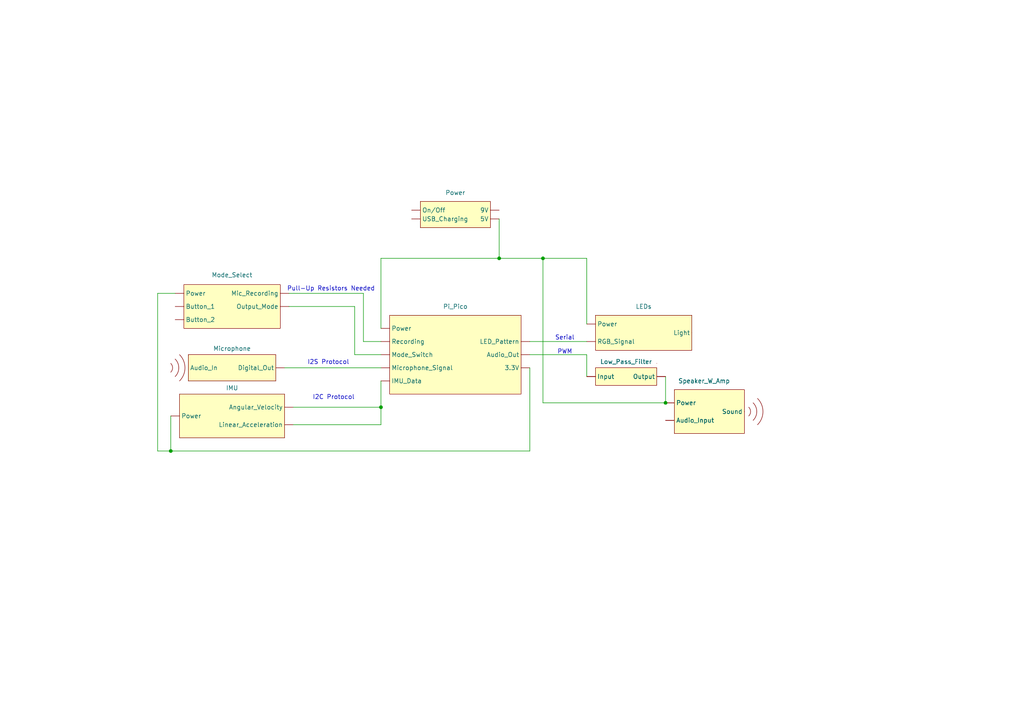
<source format=kicad_sch>
(kicad_sch
	(version 20250114)
	(generator "eeschema")
	(generator_version "9.0")
	(uuid "7a474c3b-855e-4a89-97e9-3d42055b899d")
	(paper "A4")
	(lib_symbols
		(symbol "Block_Diagram_Blocks:IMU"
			(exclude_from_sim no)
			(in_bom yes)
			(on_board yes)
			(property "Reference" "IMU"
				(at 0 -1.016 0)
				(effects
					(font
						(size 1.27 1.27)
					)
				)
			)
			(property "Value" ""
				(at 0 0 0)
				(effects
					(font
						(size 1.27 1.27)
					)
				)
			)
			(property "Footprint" ""
				(at 0 0 0)
				(effects
					(font
						(size 1.27 1.27)
					)
					(hide yes)
				)
			)
			(property "Datasheet" ""
				(at 0 0 0)
				(effects
					(font
						(size 1.27 1.27)
					)
					(hide yes)
				)
			)
			(property "Description" ""
				(at 0 0 0)
				(effects
					(font
						(size 1.27 1.27)
					)
					(hide yes)
				)
			)
			(symbol "IMU_1_1"
				(rectangle
					(start -15.24 12.7)
					(end 15.24 0)
					(stroke
						(width 0)
						(type solid)
					)
					(fill
						(type background)
					)
				)
				(pin input line
					(at -17.78 6.35 0)
					(length 2.54)
					(name "Power"
						(effects
							(font
								(size 1.27 1.27)
							)
						)
					)
					(number ""
						(effects
							(font
								(size 1.27 1.27)
							)
						)
					)
				)
				(pin input line
					(at 17.78 8.89 180)
					(length 2.54)
					(name "Angular_Velocity"
						(effects
							(font
								(size 1.27 1.27)
							)
						)
					)
					(number ""
						(effects
							(font
								(size 1.27 1.27)
							)
						)
					)
				)
				(pin input line
					(at 17.78 3.81 180)
					(length 2.54)
					(name "Linear_Acceleration"
						(effects
							(font
								(size 1.27 1.27)
							)
						)
					)
					(number ""
						(effects
							(font
								(size 1.27 1.27)
							)
						)
					)
				)
			)
			(embedded_fonts no)
		)
		(symbol "Block_Diagram_Blocks:LEDs"
			(exclude_from_sim no)
			(in_bom yes)
			(on_board yes)
			(property "Reference" "LEDs"
				(at 0 -1.016 0)
				(effects
					(font
						(size 1.27 1.27)
					)
				)
			)
			(property "Value" ""
				(at 0 0 0)
				(effects
					(font
						(size 1.27 1.27)
					)
				)
			)
			(property "Footprint" ""
				(at 0 0 0)
				(effects
					(font
						(size 1.27 1.27)
					)
					(hide yes)
				)
			)
			(property "Datasheet" ""
				(at 0 0 0)
				(effects
					(font
						(size 1.27 1.27)
					)
					(hide yes)
				)
			)
			(property "Description" ""
				(at 0 0 0)
				(effects
					(font
						(size 1.27 1.27)
					)
					(hide yes)
				)
			)
			(symbol "LEDs_1_1"
				(rectangle
					(start -13.97 10.16)
					(end 13.97 0)
					(stroke
						(width 0)
						(type solid)
					)
					(fill
						(type background)
					)
				)
				(pin input line
					(at -16.51 7.62 0)
					(length 2.54)
					(name "Power"
						(effects
							(font
								(size 1.27 1.27)
							)
						)
					)
					(number ""
						(effects
							(font
								(size 1.27 1.27)
							)
						)
					)
				)
				(pin input line
					(at -16.51 2.54 0)
					(length 2.54)
					(name "RGB_Signal"
						(effects
							(font
								(size 1.27 1.27)
							)
						)
					)
					(number ""
						(effects
							(font
								(size 1.27 1.27)
							)
						)
					)
				)
				(pin input line
					(at 13.97 5.08 180)
					(length 0)
					(name "Light"
						(effects
							(font
								(size 1.27 1.27)
							)
						)
					)
					(number ""
						(effects
							(font
								(size 1.27 1.27)
							)
						)
					)
				)
			)
			(embedded_fonts no)
		)
		(symbol "Block_Diagram_Blocks:Low_Pass_Filter"
			(exclude_from_sim no)
			(in_bom yes)
			(on_board yes)
			(property "Reference" "Low_Pass_Filter"
				(at 0 -1.524 0)
				(effects
					(font
						(size 1.27 1.27)
					)
				)
			)
			(property "Value" ""
				(at 0 0 0)
				(effects
					(font
						(size 1.27 1.27)
					)
				)
			)
			(property "Footprint" ""
				(at 0 0 0)
				(effects
					(font
						(size 1.27 1.27)
					)
					(hide yes)
				)
			)
			(property "Datasheet" ""
				(at 0 0 0)
				(effects
					(font
						(size 1.27 1.27)
					)
					(hide yes)
				)
			)
			(property "Description" ""
				(at 0 0 0)
				(effects
					(font
						(size 1.27 1.27)
					)
					(hide yes)
				)
			)
			(symbol "Low_Pass_Filter_0_1"
				(rectangle
					(start 8.89 6.35)
					(end 8.89 6.35)
					(stroke
						(width 0)
						(type default)
					)
					(fill
						(type none)
					)
				)
			)
			(symbol "Low_Pass_Filter_1_1"
				(rectangle
					(start -8.89 5.08)
					(end 8.89 0)
					(stroke
						(width 0)
						(type solid)
					)
					(fill
						(type background)
					)
				)
				(pin input line
					(at -11.43 2.54 0)
					(length 2.54)
					(name "Input"
						(effects
							(font
								(size 1.27 1.27)
							)
						)
					)
					(number ""
						(effects
							(font
								(size 1.27 1.27)
							)
						)
					)
				)
				(pin input line
					(at 11.43 2.54 180)
					(length 2.54)
					(name "Output"
						(effects
							(font
								(size 1.27 1.27)
							)
						)
					)
					(number ""
						(effects
							(font
								(size 1.27 1.27)
							)
						)
					)
				)
			)
			(embedded_fonts no)
		)
		(symbol "Block_Diagram_Blocks:Microphone"
			(exclude_from_sim no)
			(in_bom yes)
			(on_board yes)
			(property "Reference" "Microphone"
				(at 0 -1.016 0)
				(effects
					(font
						(size 1.27 1.27)
					)
				)
			)
			(property "Value" ""
				(at 0 0 0)
				(effects
					(font
						(size 1.27 1.27)
					)
				)
			)
			(property "Footprint" ""
				(at 0 0 0)
				(effects
					(font
						(size 1.27 1.27)
					)
					(hide yes)
				)
			)
			(property "Datasheet" ""
				(at 0 0 0)
				(effects
					(font
						(size 1.27 1.27)
					)
					(hide yes)
				)
			)
			(property "Description" ""
				(at 0 0 0)
				(effects
					(font
						(size 1.27 1.27)
					)
					(hide yes)
				)
			)
			(symbol "Microphone_1_1"
				(arc
					(start -16.51 6.35)
					(mid -15.4579 3.81)
					(end -16.51 1.27)
					(stroke
						(width 0)
						(type default)
					)
					(fill
						(type none)
					)
				)
				(arc
					(start -17.78 5.08)
					(mid -17.2539 3.81)
					(end -17.78 2.54)
					(stroke
						(width 0)
						(type default)
					)
					(fill
						(type none)
					)
				)
				(arc
					(start -15.24 7.62)
					(mid -13.6618 3.81)
					(end -15.24 0)
					(stroke
						(width 0)
						(type default)
					)
					(fill
						(type none)
					)
				)
				(rectangle
					(start -12.7 7.62)
					(end 12.7 0)
					(stroke
						(width 0)
						(type solid)
					)
					(fill
						(type background)
					)
				)
				(pin input line
					(at -12.7 3.81 0)
					(length 0)
					(name "Audio_In"
						(effects
							(font
								(size 1.27 1.27)
							)
						)
					)
					(number ""
						(effects
							(font
								(size 1.27 1.27)
							)
						)
					)
				)
				(pin input line
					(at 15.24 3.81 180)
					(length 2.54)
					(name "Digital_Out"
						(effects
							(font
								(size 1.27 1.27)
							)
						)
					)
					(number ""
						(effects
							(font
								(size 1.27 1.27)
							)
						)
					)
				)
			)
			(embedded_fonts no)
		)
		(symbol "Block_Diagram_Blocks:Mode_Select"
			(exclude_from_sim no)
			(in_bom yes)
			(on_board yes)
			(property "Reference" "Mode_Select"
				(at 0 15.494 0)
				(effects
					(font
						(size 1.27 1.27)
					)
				)
			)
			(property "Value" "~"
				(at 0 13.97 0)
				(effects
					(font
						(size 1.27 1.27)
					)
					(hide yes)
				)
			)
			(property "Footprint" ""
				(at 0 0 0)
				(effects
					(font
						(size 1.27 1.27)
					)
					(hide yes)
				)
			)
			(property "Datasheet" ""
				(at 0 0 0)
				(effects
					(font
						(size 1.27 1.27)
					)
					(hide yes)
				)
			)
			(property "Description" ""
				(at 0 0 0)
				(effects
					(font
						(size 1.27 1.27)
					)
					(hide yes)
				)
			)
			(symbol "Mode_Select_1_1"
				(rectangle
					(start -13.97 12.7)
					(end 13.97 0)
					(stroke
						(width 0)
						(type solid)
					)
					(fill
						(type background)
					)
				)
				(pin input line
					(at -16.51 10.16 0)
					(length 2.54)
					(name "Power"
						(effects
							(font
								(size 1.27 1.27)
							)
						)
					)
					(number ""
						(effects
							(font
								(size 1.27 1.27)
							)
						)
					)
				)
				(pin input line
					(at -16.51 6.35 0)
					(length 2.54)
					(name "Button_1"
						(effects
							(font
								(size 1.27 1.27)
							)
						)
					)
					(number ""
						(effects
							(font
								(size 1.27 1.27)
							)
						)
					)
				)
				(pin input line
					(at -16.51 2.54 0)
					(length 2.54)
					(name "Button_2"
						(effects
							(font
								(size 1.27 1.27)
							)
						)
					)
					(number ""
						(effects
							(font
								(size 1.27 1.27)
							)
						)
					)
				)
				(pin input line
					(at 16.51 10.16 180)
					(length 2.54)
					(name "Mic_Recording"
						(effects
							(font
								(size 1.27 1.27)
							)
						)
					)
					(number ""
						(effects
							(font
								(size 1.27 1.27)
							)
						)
					)
				)
				(pin input line
					(at 16.51 6.35 180)
					(length 2.54)
					(name "Output_Mode"
						(effects
							(font
								(size 1.27 1.27)
							)
						)
					)
					(number ""
						(effects
							(font
								(size 1.27 1.27)
							)
						)
					)
				)
			)
			(embedded_fonts no)
		)
		(symbol "Block_Diagram_Blocks:Pi_Pico"
			(exclude_from_sim no)
			(in_bom yes)
			(on_board yes)
			(property "Reference" "Pi_Pico"
				(at 0 25.4 0)
				(effects
					(font
						(size 1.27 1.27)
					)
				)
			)
			(property "Value" "~"
				(at 0 25.4 0)
				(effects
					(font
						(size 1.27 1.27)
					)
					(hide yes)
				)
			)
			(property "Footprint" ""
				(at 0 0 0)
				(effects
					(font
						(size 1.27 1.27)
					)
					(hide yes)
				)
			)
			(property "Datasheet" ""
				(at 0 0 0)
				(effects
					(font
						(size 1.27 1.27)
					)
					(hide yes)
				)
			)
			(property "Description" ""
				(at 0 0 0)
				(effects
					(font
						(size 1.27 1.27)
					)
					(hide yes)
				)
			)
			(symbol "Pi_Pico_1_1"
				(rectangle
					(start -19.05 22.86)
					(end 19.05 0)
					(stroke
						(width 0)
						(type solid)
					)
					(fill
						(type background)
					)
				)
				(pin input line
					(at -21.59 19.05 0)
					(length 2.54)
					(name "Power"
						(effects
							(font
								(size 1.27 1.27)
							)
						)
					)
					(number ""
						(effects
							(font
								(size 1.27 1.27)
							)
						)
					)
				)
				(pin input line
					(at -21.59 15.24 0)
					(length 2.54)
					(name "Recording"
						(effects
							(font
								(size 1.27 1.27)
							)
						)
					)
					(number ""
						(effects
							(font
								(size 1.27 1.27)
							)
						)
					)
				)
				(pin input line
					(at -21.59 11.43 0)
					(length 2.54)
					(name "Mode_Switch"
						(effects
							(font
								(size 1.27 1.27)
							)
						)
					)
					(number ""
						(effects
							(font
								(size 1.27 1.27)
							)
						)
					)
				)
				(pin input line
					(at -21.59 7.62 0)
					(length 2.54)
					(name "Microphone_Signal"
						(effects
							(font
								(size 1.27 1.27)
							)
						)
					)
					(number ""
						(effects
							(font
								(size 1.27 1.27)
							)
						)
					)
				)
				(pin input line
					(at -21.59 3.81 0)
					(length 2.54)
					(name "IMU_Data"
						(effects
							(font
								(size 1.27 1.27)
							)
						)
					)
					(number ""
						(effects
							(font
								(size 1.27 1.27)
							)
						)
					)
				)
				(pin input line
					(at 21.59 15.24 180)
					(length 2.54)
					(name "LED_Pattern"
						(effects
							(font
								(size 1.27 1.27)
							)
						)
					)
					(number ""
						(effects
							(font
								(size 1.27 1.27)
							)
						)
					)
				)
				(pin input line
					(at 21.59 11.43 180)
					(length 2.54)
					(name "Audio_Out"
						(effects
							(font
								(size 1.27 1.27)
							)
						)
					)
					(number ""
						(effects
							(font
								(size 1.27 1.27)
							)
						)
					)
				)
				(pin input line
					(at 21.59 7.62 180)
					(length 2.54)
					(name "3.3V"
						(effects
							(font
								(size 1.27 1.27)
							)
						)
					)
					(number ""
						(effects
							(font
								(size 1.27 1.27)
							)
						)
					)
				)
			)
			(embedded_fonts no)
		)
		(symbol "Block_Diagram_Blocks:Power"
			(exclude_from_sim no)
			(in_bom yes)
			(on_board yes)
			(property "Reference" "Power"
				(at 0 -1.016 0)
				(effects
					(font
						(size 1.27 1.27)
					)
				)
			)
			(property "Value" ""
				(at 0 0 0)
				(effects
					(font
						(size 1.27 1.27)
					)
				)
			)
			(property "Footprint" ""
				(at 0 0 0)
				(effects
					(font
						(size 1.27 1.27)
					)
					(hide yes)
				)
			)
			(property "Datasheet" ""
				(at 0 0 0)
				(effects
					(font
						(size 1.27 1.27)
					)
					(hide yes)
				)
			)
			(property "Description" ""
				(at 0 0 0)
				(effects
					(font
						(size 1.27 1.27)
					)
					(hide yes)
				)
			)
			(symbol "Power_1_1"
				(rectangle
					(start -10.16 7.62)
					(end 10.16 0)
					(stroke
						(width 0)
						(type solid)
					)
					(fill
						(type background)
					)
				)
				(pin input line
					(at -12.7 5.08 0)
					(length 2.54)
					(name "On/Off"
						(effects
							(font
								(size 1.27 1.27)
							)
						)
					)
					(number ""
						(effects
							(font
								(size 1.27 1.27)
							)
						)
					)
				)
				(pin input line
					(at -12.7 2.54 0)
					(length 2.54)
					(name "USB_Charging"
						(effects
							(font
								(size 1.27 1.27)
							)
						)
					)
					(number ""
						(effects
							(font
								(size 1.27 1.27)
							)
						)
					)
				)
				(pin input line
					(at 12.7 5.08 180)
					(length 2.54)
					(name "9V"
						(effects
							(font
								(size 1.27 1.27)
							)
						)
					)
					(number ""
						(effects
							(font
								(size 1.27 1.27)
							)
						)
					)
				)
				(pin input line
					(at 12.7 2.54 180)
					(length 2.54)
					(name "5V"
						(effects
							(font
								(size 1.27 1.27)
							)
						)
					)
					(number ""
						(effects
							(font
								(size 1.27 1.27)
							)
						)
					)
				)
			)
			(embedded_fonts no)
		)
		(symbol "Block_Diagram_Blocks:Speaker_w_Amp"
			(exclude_from_sim no)
			(in_bom yes)
			(on_board yes)
			(property "Reference" "Speaker_W_Amp"
				(at -0.254 15.24 0)
				(effects
					(font
						(size 1.27 1.27)
					)
				)
			)
			(property "Value" "~"
				(at 1.4241 15.24 0)
				(effects
					(font
						(size 1.27 1.27)
					)
					(hide yes)
				)
			)
			(property "Footprint" ""
				(at 0 0 0)
				(effects
					(font
						(size 1.27 1.27)
					)
					(hide yes)
				)
			)
			(property "Datasheet" ""
				(at 0 0 0)
				(effects
					(font
						(size 1.27 1.27)
					)
					(hide yes)
				)
			)
			(property "Description" ""
				(at 0 0 0)
				(effects
					(font
						(size 1.27 1.27)
					)
					(hide yes)
				)
			)
			(symbol "Speaker_w_Amp_1_1"
				(rectangle
					(start -8.89 12.7)
					(end 11.43 0)
					(stroke
						(width 0)
						(type solid)
					)
					(fill
						(type background)
					)
				)
				(arc
					(start 12.7 7.62)
					(mid 13.2261 6.35)
					(end 12.7 5.08)
					(stroke
						(width 0)
						(type default)
					)
					(fill
						(type none)
					)
				)
				(arc
					(start 13.97 8.89)
					(mid 15.0221 6.35)
					(end 13.97 3.81)
					(stroke
						(width 0)
						(type default)
					)
					(fill
						(type none)
					)
				)
				(arc
					(start 15.24 10.16)
					(mid 16.8182 6.35)
					(end 15.24 2.54)
					(stroke
						(width 0)
						(type default)
					)
					(fill
						(type none)
					)
				)
				(pin input line
					(at -11.43 8.89 0)
					(length 2.54)
					(name "Power"
						(effects
							(font
								(size 1.27 1.27)
							)
						)
					)
					(number ""
						(effects
							(font
								(size 1.27 1.27)
							)
						)
					)
				)
				(pin input line
					(at -11.43 3.81 0)
					(length 2.54)
					(name "Audio_Input"
						(effects
							(font
								(size 1.27 1.27)
							)
						)
					)
					(number ""
						(effects
							(font
								(size 1.27 1.27)
							)
						)
					)
				)
				(pin input line
					(at 11.43 6.35 180)
					(length 0)
					(name "Sound"
						(effects
							(font
								(size 1.27 1.27)
							)
						)
					)
					(number ""
						(effects
							(font
								(size 1.27 1.27)
							)
						)
					)
				)
			)
			(embedded_fonts no)
		)
	)
	(text "Serial\n"
		(exclude_from_sim no)
		(at 163.83 98.044 0)
		(effects
			(font
				(size 1.27 1.27)
			)
		)
		(uuid "0b7d2b09-82a7-4055-b49a-e83f66e91a93")
	)
	(text "I2S Protocol\n"
		(exclude_from_sim no)
		(at 95.25 105.156 0)
		(effects
			(font
				(size 1.27 1.27)
			)
		)
		(uuid "3592716f-8c85-4348-9270-b008a440758b")
	)
	(text "Pull-Up Resistors Needed\n"
		(exclude_from_sim no)
		(at 96.012 83.82 0)
		(effects
			(font
				(size 1.27 1.27)
			)
		)
		(uuid "4b52d584-6369-47f7-b9f6-1bbf726b2127")
	)
	(text "PWM\n"
		(exclude_from_sim no)
		(at 163.83 102.108 0)
		(effects
			(font
				(size 1.27 1.27)
			)
		)
		(uuid "757072d5-b917-4011-9a84-d61734fc93c5")
	)
	(text "I2C Protocol\n"
		(exclude_from_sim no)
		(at 96.774 115.316 0)
		(effects
			(font
				(size 1.27 1.27)
			)
		)
		(uuid "e762bab9-4797-4788-94de-ac832778c7c8")
	)
	(junction
		(at 193.04 116.84)
		(diameter 0)
		(color 0 0 0 0)
		(uuid "116f5d60-9d9d-4d2a-b06d-bda960e53613")
	)
	(junction
		(at 110.49 118.11)
		(diameter 0)
		(color 0 0 0 0)
		(uuid "2e2626bd-cc23-4f09-844c-b39fdd39629e")
	)
	(junction
		(at 157.48 74.93)
		(diameter 0)
		(color 0 0 0 0)
		(uuid "566adac2-2647-48f7-b971-b44258ad7c30")
	)
	(junction
		(at 144.78 74.93)
		(diameter 0)
		(color 0 0 0 0)
		(uuid "57e04ca7-e4b2-407e-83e3-478649cc29a3")
	)
	(junction
		(at 49.53 130.81)
		(diameter 0)
		(color 0 0 0 0)
		(uuid "ce109aab-ad5b-4230-b037-53af52711eab")
	)
	(wire
		(pts
			(xy 144.78 63.5) (xy 144.78 74.93)
		)
		(stroke
			(width 0)
			(type default)
		)
		(uuid "07711502-598b-4d53-8a64-f442e2149a41")
	)
	(wire
		(pts
			(xy 157.48 74.93) (xy 170.18 74.93)
		)
		(stroke
			(width 0)
			(type default)
		)
		(uuid "0ed16785-17e8-4833-8f6b-7390c76f36ff")
	)
	(wire
		(pts
			(xy 45.72 85.09) (xy 45.72 130.81)
		)
		(stroke
			(width 0)
			(type default)
		)
		(uuid "128d9207-1a1d-4767-9e5c-aad13c24524c")
	)
	(wire
		(pts
			(xy 157.48 74.93) (xy 157.48 116.84)
		)
		(stroke
			(width 0)
			(type default)
		)
		(uuid "129800cc-12cf-4139-a6cf-2e445990309e")
	)
	(wire
		(pts
			(xy 83.82 85.09) (xy 105.41 85.09)
		)
		(stroke
			(width 0)
			(type default)
		)
		(uuid "1364c03e-08ef-446b-9502-7a4e6883f2d3")
	)
	(wire
		(pts
			(xy 85.09 118.11) (xy 110.49 118.11)
		)
		(stroke
			(width 0)
			(type default)
		)
		(uuid "19016257-5316-4dc6-8199-143ffaa6d661")
	)
	(wire
		(pts
			(xy 110.49 74.93) (xy 110.49 95.25)
		)
		(stroke
			(width 0)
			(type default)
		)
		(uuid "2cc376f5-0609-417c-8a6d-adfa05938491")
	)
	(wire
		(pts
			(xy 102.87 88.9) (xy 102.87 102.87)
		)
		(stroke
			(width 0)
			(type default)
		)
		(uuid "38c7eee0-6957-407a-97af-46b11dd18fbc")
	)
	(wire
		(pts
			(xy 49.53 130.81) (xy 45.72 130.81)
		)
		(stroke
			(width 0)
			(type default)
		)
		(uuid "3a6beefe-927f-4d61-b4ed-8c0adaa4378f")
	)
	(wire
		(pts
			(xy 83.82 88.9) (xy 102.87 88.9)
		)
		(stroke
			(width 0)
			(type default)
		)
		(uuid "41890201-aea5-46c7-8727-999fef6abe33")
	)
	(wire
		(pts
			(xy 105.41 85.09) (xy 105.41 99.06)
		)
		(stroke
			(width 0)
			(type default)
		)
		(uuid "43dd5bcc-1477-44d0-9097-0124f773632c")
	)
	(wire
		(pts
			(xy 85.09 123.19) (xy 110.49 123.19)
		)
		(stroke
			(width 0)
			(type default)
		)
		(uuid "521fc18d-ac33-4f71-b3c5-41085d5101b1")
	)
	(wire
		(pts
			(xy 102.87 102.87) (xy 110.49 102.87)
		)
		(stroke
			(width 0)
			(type default)
		)
		(uuid "526364cc-c8f8-4f98-8577-325fe34e6e27")
	)
	(wire
		(pts
			(xy 49.53 130.81) (xy 49.53 120.65)
		)
		(stroke
			(width 0)
			(type default)
		)
		(uuid "6d13ff71-098d-439b-b7ad-79aeab64f673")
	)
	(wire
		(pts
			(xy 153.67 130.81) (xy 49.53 130.81)
		)
		(stroke
			(width 0)
			(type default)
		)
		(uuid "77d4b143-250f-45af-b520-eb8143e472ad")
	)
	(wire
		(pts
			(xy 144.78 74.93) (xy 157.48 74.93)
		)
		(stroke
			(width 0)
			(type default)
		)
		(uuid "84a58b2b-201e-44fa-af39-e2d9c1aae790")
	)
	(wire
		(pts
			(xy 193.04 109.22) (xy 193.04 116.84)
		)
		(stroke
			(width 0)
			(type default)
		)
		(uuid "895748c7-2f8b-480f-afb2-6189481aadff")
	)
	(wire
		(pts
			(xy 153.67 99.06) (xy 170.18 99.06)
		)
		(stroke
			(width 0)
			(type default)
		)
		(uuid "8d42832c-760c-425c-89d3-bfd6817d2e5b")
	)
	(wire
		(pts
			(xy 153.67 102.87) (xy 170.18 102.87)
		)
		(stroke
			(width 0)
			(type default)
		)
		(uuid "8d5dc0dd-14d1-43ec-ba02-95a2dd32d180")
	)
	(wire
		(pts
			(xy 170.18 74.93) (xy 170.18 93.98)
		)
		(stroke
			(width 0)
			(type default)
		)
		(uuid "913349cf-e869-4a6c-94a8-ab9685fe845d")
	)
	(wire
		(pts
			(xy 170.18 102.87) (xy 170.18 109.22)
		)
		(stroke
			(width 0)
			(type default)
		)
		(uuid "936d9b56-aba3-4944-8316-2ec1df3ecb9b")
	)
	(wire
		(pts
			(xy 157.48 116.84) (xy 193.04 116.84)
		)
		(stroke
			(width 0)
			(type default)
		)
		(uuid "a6d9f4db-742f-4c21-b886-24b8a5b2ab9a")
	)
	(wire
		(pts
			(xy 50.8 85.09) (xy 45.72 85.09)
		)
		(stroke
			(width 0)
			(type default)
		)
		(uuid "a71217e1-2007-4896-a908-e81304626c01")
	)
	(wire
		(pts
			(xy 105.41 99.06) (xy 110.49 99.06)
		)
		(stroke
			(width 0)
			(type default)
		)
		(uuid "b8cd95ad-3805-4898-b97e-71e6c25135a7")
	)
	(wire
		(pts
			(xy 110.49 118.11) (xy 110.49 123.19)
		)
		(stroke
			(width 0)
			(type default)
		)
		(uuid "ba140892-3729-45d8-9dc8-439773047853")
	)
	(wire
		(pts
			(xy 82.55 106.68) (xy 110.49 106.68)
		)
		(stroke
			(width 0)
			(type default)
		)
		(uuid "dbceb971-0d8a-438f-b035-e9127cae3550")
	)
	(wire
		(pts
			(xy 153.67 106.68) (xy 153.67 130.81)
		)
		(stroke
			(width 0)
			(type default)
		)
		(uuid "de802e9f-22d6-4d8b-b558-456d8300f00b")
	)
	(wire
		(pts
			(xy 110.49 110.49) (xy 110.49 118.11)
		)
		(stroke
			(width 0)
			(type default)
		)
		(uuid "f91a3010-7875-4a48-b281-75848b9be89b")
	)
	(wire
		(pts
			(xy 144.78 74.93) (xy 110.49 74.93)
		)
		(stroke
			(width 0)
			(type default)
		)
		(uuid "fd5e848d-af9a-48be-b37e-0000b35820cf")
	)
	(symbol
		(lib_id "Block_Diagram_Blocks:Low_Pass_Filter")
		(at 181.61 111.76 0)
		(unit 1)
		(exclude_from_sim no)
		(in_bom yes)
		(on_board yes)
		(dnp no)
		(uuid "23d53c0d-1e15-4aa5-9bac-1f5eb5265f5b")
		(property "Reference" "Low_Pass_Filter"
			(at 181.61 104.902 0)
			(effects
				(font
					(size 1.27 1.27)
				)
			)
		)
		(property "Value" "~"
			(at 181.61 102.87 0)
			(effects
				(font
					(size 1.27 1.27)
				)
				(hide yes)
			)
		)
		(property "Footprint" ""
			(at 181.61 111.76 0)
			(effects
				(font
					(size 1.27 1.27)
				)
				(hide yes)
			)
		)
		(property "Datasheet" ""
			(at 181.61 111.76 0)
			(effects
				(font
					(size 1.27 1.27)
				)
				(hide yes)
			)
		)
		(property "Description" ""
			(at 181.61 111.76 0)
			(effects
				(font
					(size 1.27 1.27)
				)
				(hide yes)
			)
		)
		(pin ""
			(uuid "f6ce9aed-de9c-4450-b6fe-3022ae20fde7")
		)
		(pin ""
			(uuid "a31ec6e1-39dc-4332-abd1-bf831160972e")
		)
		(instances
			(project ""
				(path "/7a474c3b-855e-4a89-97e9-3d42055b899d"
					(reference "Low_Pass_Filter")
					(unit 1)
				)
			)
		)
	)
	(symbol
		(lib_id "Block_Diagram_Blocks:LEDs")
		(at 186.69 101.6 0)
		(unit 1)
		(exclude_from_sim no)
		(in_bom yes)
		(on_board yes)
		(dnp no)
		(fields_autoplaced yes)
		(uuid "56191802-be2b-4092-80d7-21cc6489b506")
		(property "Reference" "LEDs"
			(at 186.69 88.9 0)
			(effects
				(font
					(size 1.27 1.27)
				)
			)
		)
		(property "Value" "~"
			(at 186.69 88.9 0)
			(effects
				(font
					(size 1.27 1.27)
				)
				(hide yes)
			)
		)
		(property "Footprint" ""
			(at 186.69 101.6 0)
			(effects
				(font
					(size 1.27 1.27)
				)
				(hide yes)
			)
		)
		(property "Datasheet" ""
			(at 186.69 101.6 0)
			(effects
				(font
					(size 1.27 1.27)
				)
				(hide yes)
			)
		)
		(property "Description" ""
			(at 186.69 101.6 0)
			(effects
				(font
					(size 1.27 1.27)
				)
				(hide yes)
			)
		)
		(pin ""
			(uuid "efb63c21-c730-49aa-8da2-427b414f2e2c")
		)
		(pin ""
			(uuid "f728da24-e8ed-4a88-85be-6b2e7fb797b5")
		)
		(pin ""
			(uuid "e350b398-39eb-477f-a5d0-7f2d70f4c66b")
		)
		(instances
			(project ""
				(path "/7a474c3b-855e-4a89-97e9-3d42055b899d"
					(reference "LEDs")
					(unit 1)
				)
			)
		)
	)
	(symbol
		(lib_id "Block_Diagram_Blocks:Pi_Pico")
		(at 132.08 114.3 0)
		(unit 1)
		(exclude_from_sim no)
		(in_bom yes)
		(on_board yes)
		(dnp no)
		(fields_autoplaced yes)
		(uuid "863099ff-cb2d-4226-8e86-ce8e73b43be5")
		(property "Reference" "Pi_Pico"
			(at 132.08 88.9 0)
			(effects
				(font
					(size 1.27 1.27)
				)
			)
		)
		(property "Value" "~"
			(at 132.08 88.9 0)
			(effects
				(font
					(size 1.27 1.27)
				)
				(hide yes)
			)
		)
		(property "Footprint" ""
			(at 132.08 114.3 0)
			(effects
				(font
					(size 1.27 1.27)
				)
				(hide yes)
			)
		)
		(property "Datasheet" ""
			(at 132.08 114.3 0)
			(effects
				(font
					(size 1.27 1.27)
				)
				(hide yes)
			)
		)
		(property "Description" ""
			(at 132.08 114.3 0)
			(effects
				(font
					(size 1.27 1.27)
				)
				(hide yes)
			)
		)
		(pin ""
			(uuid "03b42057-7add-42d3-b8e9-e7760e9a6304")
		)
		(pin ""
			(uuid "7f0f8cbc-967d-46c8-851b-3bcc8e7e316a")
		)
		(pin ""
			(uuid "734742a6-5aa9-42b8-9ea6-fdf713017164")
		)
		(pin ""
			(uuid "2c339395-fc6d-4b7d-a1de-a29fb8840396")
		)
		(pin ""
			(uuid "a873c865-8ddb-4971-88f4-910fadb62ed6")
		)
		(pin ""
			(uuid "bd8814ff-9216-4003-b6e6-4c9ce414052f")
		)
		(pin ""
			(uuid "c16091ac-b006-441a-a1b8-5dd6dd72f013")
		)
		(pin ""
			(uuid "bf411d36-bb0b-429c-b140-b72fbfef5da9")
		)
		(instances
			(project ""
				(path "/7a474c3b-855e-4a89-97e9-3d42055b899d"
					(reference "Pi_Pico")
					(unit 1)
				)
			)
		)
	)
	(symbol
		(lib_id "Block_Diagram_Blocks:Mode_Select")
		(at 67.31 95.25 0)
		(unit 1)
		(exclude_from_sim no)
		(in_bom yes)
		(on_board yes)
		(dnp no)
		(uuid "9278f048-2378-43e7-acfc-a2a8fffe23a7")
		(property "Reference" "Mode_Select"
			(at 67.31 79.756 0)
			(effects
				(font
					(size 1.27 1.27)
				)
			)
		)
		(property "Value" "~"
			(at 67.31 81.28 0)
			(effects
				(font
					(size 1.27 1.27)
				)
				(hide yes)
			)
		)
		(property "Footprint" ""
			(at 67.31 95.25 0)
			(effects
				(font
					(size 1.27 1.27)
				)
				(hide yes)
			)
		)
		(property "Datasheet" ""
			(at 67.31 95.25 0)
			(effects
				(font
					(size 1.27 1.27)
				)
				(hide yes)
			)
		)
		(property "Description" ""
			(at 67.31 95.25 0)
			(effects
				(font
					(size 1.27 1.27)
				)
				(hide yes)
			)
		)
		(pin ""
			(uuid "a32491cb-423c-4de4-b53f-45dd94fb3c68")
		)
		(pin ""
			(uuid "a9ba1ef9-f34e-4cca-9048-33fee935ed93")
		)
		(pin ""
			(uuid "f60a8b4f-1878-452c-b47b-4d42237fc0c8")
		)
		(pin ""
			(uuid "6d796360-6bd7-4d1d-95ec-352f957dfada")
		)
		(pin ""
			(uuid "fea86b6e-d5ec-4c2b-9f66-095509c63b70")
		)
		(instances
			(project ""
				(path "/7a474c3b-855e-4a89-97e9-3d42055b899d"
					(reference "Mode_Select")
					(unit 1)
				)
			)
		)
	)
	(symbol
		(lib_id "Block_Diagram_Blocks:IMU")
		(at 67.31 127 0)
		(unit 1)
		(exclude_from_sim no)
		(in_bom yes)
		(on_board yes)
		(dnp no)
		(uuid "b277512f-2799-4660-925b-b354642bbf54")
		(property "Reference" "IMU"
			(at 67.31 112.522 0)
			(effects
				(font
					(size 1.27 1.27)
				)
			)
		)
		(property "Value" "~"
			(at 67.31 111.76 0)
			(effects
				(font
					(size 1.27 1.27)
				)
				(hide yes)
			)
		)
		(property "Footprint" ""
			(at 67.31 127 0)
			(effects
				(font
					(size 1.27 1.27)
				)
				(hide yes)
			)
		)
		(property "Datasheet" ""
			(at 67.31 127 0)
			(effects
				(font
					(size 1.27 1.27)
				)
				(hide yes)
			)
		)
		(property "Description" ""
			(at 67.31 127 0)
			(effects
				(font
					(size 1.27 1.27)
				)
				(hide yes)
			)
		)
		(pin ""
			(uuid "e394575e-9429-45b4-8439-66d9675bbc1b")
		)
		(pin ""
			(uuid "d4f3894d-02ef-45e5-ada7-b47552b37960")
		)
		(pin ""
			(uuid "8f346e61-48f7-4216-8aa5-af42b5c8194e")
		)
		(instances
			(project ""
				(path "/7a474c3b-855e-4a89-97e9-3d42055b899d"
					(reference "IMU")
					(unit 1)
				)
			)
		)
	)
	(symbol
		(lib_id "Block_Diagram_Blocks:Power")
		(at 132.08 66.04 0)
		(unit 1)
		(exclude_from_sim no)
		(in_bom yes)
		(on_board yes)
		(dnp no)
		(fields_autoplaced yes)
		(uuid "d35f04ad-ade3-41de-8f0e-901b9ace82eb")
		(property "Reference" "Power"
			(at 132.08 55.88 0)
			(effects
				(font
					(size 1.27 1.27)
				)
			)
		)
		(property "Value" "~"
			(at 132.08 55.88 0)
			(effects
				(font
					(size 1.27 1.27)
				)
				(hide yes)
			)
		)
		(property "Footprint" ""
			(at 132.08 66.04 0)
			(effects
				(font
					(size 1.27 1.27)
				)
				(hide yes)
			)
		)
		(property "Datasheet" ""
			(at 132.08 66.04 0)
			(effects
				(font
					(size 1.27 1.27)
				)
				(hide yes)
			)
		)
		(property "Description" ""
			(at 132.08 66.04 0)
			(effects
				(font
					(size 1.27 1.27)
				)
				(hide yes)
			)
		)
		(pin ""
			(uuid "27e5a4c4-4629-49c6-a67f-6d7cbaab6e9e")
		)
		(pin ""
			(uuid "7eae8dbd-052b-4c9a-ba09-8d39fabe051c")
		)
		(pin ""
			(uuid "bff4c9f1-dd9e-4165-8977-61428f5868aa")
		)
		(pin ""
			(uuid "c6c620e6-bac5-4105-992b-ae7eca310d7b")
		)
		(instances
			(project ""
				(path "/7a474c3b-855e-4a89-97e9-3d42055b899d"
					(reference "Power")
					(unit 1)
				)
			)
		)
	)
	(symbol
		(lib_id "Block_Diagram_Blocks:Microphone")
		(at 67.31 110.49 0)
		(unit 1)
		(exclude_from_sim no)
		(in_bom yes)
		(on_board yes)
		(dnp no)
		(uuid "ddeb3240-4b74-462c-9053-11b168772cc1")
		(property "Reference" "Microphone"
			(at 67.31 101.092 0)
			(effects
				(font
					(size 1.27 1.27)
				)
			)
		)
		(property "Value" "~"
			(at 64.77 100.33 0)
			(effects
				(font
					(size 1.27 1.27)
				)
				(hide yes)
			)
		)
		(property "Footprint" ""
			(at 67.31 110.49 0)
			(effects
				(font
					(size 1.27 1.27)
				)
				(hide yes)
			)
		)
		(property "Datasheet" ""
			(at 67.31 110.49 0)
			(effects
				(font
					(size 1.27 1.27)
				)
				(hide yes)
			)
		)
		(property "Description" ""
			(at 67.31 110.49 0)
			(effects
				(font
					(size 1.27 1.27)
				)
				(hide yes)
			)
		)
		(pin ""
			(uuid "a942ec45-f878-4930-ac70-eb252f41b726")
		)
		(pin ""
			(uuid "6bc8d51b-66b4-4b9f-b734-678a064c200d")
		)
		(instances
			(project ""
				(path "/7a474c3b-855e-4a89-97e9-3d42055b899d"
					(reference "Microphone")
					(unit 1)
				)
			)
		)
	)
	(symbol
		(lib_id "Block_Diagram_Blocks:Speaker_w_Amp")
		(at 204.47 125.73 0)
		(unit 1)
		(exclude_from_sim no)
		(in_bom yes)
		(on_board yes)
		(dnp no)
		(uuid "efdab3d7-5232-48f8-83b7-bb393dc1ca5e")
		(property "Reference" "Speaker_W_Amp"
			(at 204.216 110.49 0)
			(effects
				(font
					(size 1.27 1.27)
				)
			)
		)
		(property "Value" "~"
			(at 205.8941 110.49 0)
			(effects
				(font
					(size 1.27 1.27)
				)
				(hide yes)
			)
		)
		(property "Footprint" ""
			(at 204.47 125.73 0)
			(effects
				(font
					(size 1.27 1.27)
				)
				(hide yes)
			)
		)
		(property "Datasheet" ""
			(at 204.47 125.73 0)
			(effects
				(font
					(size 1.27 1.27)
				)
				(hide yes)
			)
		)
		(property "Description" ""
			(at 204.47 125.73 0)
			(effects
				(font
					(size 1.27 1.27)
				)
				(hide yes)
			)
		)
		(pin ""
			(uuid "ab96cecf-a890-4caa-beac-c7a375441e5f")
		)
		(pin ""
			(uuid "e95337cf-84ad-459d-bfd0-5d7f6aa1c894")
		)
		(pin ""
			(uuid "cda06b9f-694a-40e1-b21c-2000fdcd7948")
		)
		(instances
			(project ""
				(path "/7a474c3b-855e-4a89-97e9-3d42055b899d"
					(reference "Speaker_W_Amp")
					(unit 1)
				)
			)
		)
	)
	(sheet_instances
		(path "/"
			(page "1")
		)
	)
	(embedded_fonts no)
)

</source>
